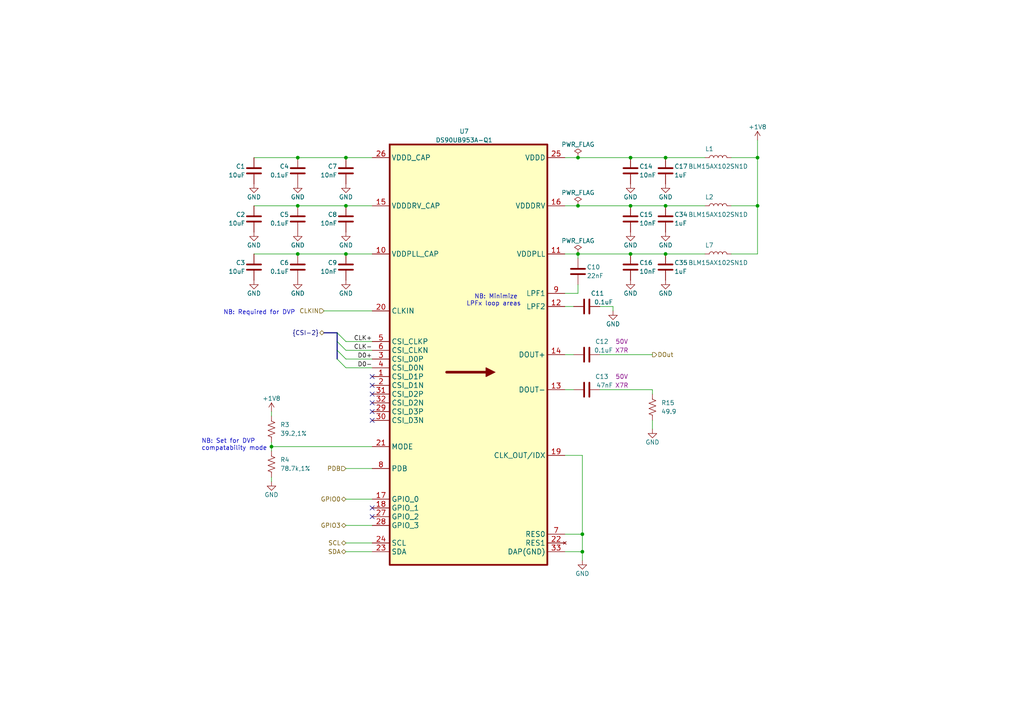
<source format=kicad_sch>
(kicad_sch (version 20211123) (generator eeschema)
  (paper "A4")
  (title_block (title "Headstage-16Stim") (date "2021-12-16") (rev "A") (company "Open Ephys, Inc") (comment 1 "Jonathan P. Newman"))
  (lib_symbols
    (symbol "Device:C" (pin_numbers hide) (pin_names (offset 0.254))
      (property "Reference" "C" (at 0.635 2.54 0))
      (property "Value" "C" (at 0.635 -2.54 0))
      (symbol "C_0_1"
        (polyline (pts (xy -2.032 -0.762) (xy 2.032 -0.762)) (stroke (width 0.508)))
        (polyline (pts (xy -2.032 0.762) (xy 2.032 0.762)) (stroke (width 0.508)))
      )
      (symbol "C_1_1"
        (pin passive line (at 0 3.81 270) (length 2.794) (name "~") (number "1"))
        (pin passive line (at 0 -3.81 90) (length 2.794) (name "~") (number "2"))
      )
    )
    (symbol "Device:L" (pin_numbers hide) (pin_names (offset 1.016) hide)
      (property "Reference" "L" (at -1.27 0 90))
      (property "Value" "L" (at 1.905 0 90))
      (symbol "L_0_1"
        (arc (start 0 -2.54) (mid 0.635 -1.905) (end 0 -1.27))
        (arc (start 0 -1.27) (mid 0.635 -0.635) (end 0 0))
        (arc (start 0 0) (mid 0.635 0.635) (end 0 1.27))
        (arc (start 0 1.27) (mid 0.635 1.905) (end 0 2.54))
      )
      (symbol "L_1_1"
        (pin passive line (at 0 3.81 270) (length 1.27) (name "1") (number "1"))
        (pin passive line (at 0 -3.81 90) (length 1.27) (name "2") (number "2"))
      )
    )
    (symbol "Device:R_US" (pin_numbers hide) (pin_names (offset 0))
      (property "Reference" "R" (at 2.54 0 90))
      (property "Value" "R_US" (at -2.54 0 90))
      (symbol "R_US_0_1"
        (polyline (pts (xy 0 -2.286) (xy 0 -2.54)))
        (polyline (pts (xy 0 2.286) (xy 0 2.54)))
        (polyline (pts (xy 0 -0.762) (xy 1.016 -1.143) (xy 0 -1.524) (xy -1.016 -1.905) (xy 0 -2.286)))
        (polyline (pts (xy 0 0.762) (xy 1.016 0.381) (xy 0 0) (xy -1.016 -0.381) (xy 0 -0.762)))
        (polyline (pts (xy 0 2.286) (xy 1.016 1.905) (xy 0 1.524) (xy -1.016 1.143) (xy 0 0.762)))
      )
      (symbol "R_US_1_1"
        (pin passive line (at 0 3.81 270) (length 1.27) (name "~") (number "1"))
        (pin passive line (at 0 -3.81 90) (length 1.27) (name "~") (number "2"))
      )
    )
    (symbol "jonnew:DS90UB953A-Q1"
      (property "Reference" "U" (at -20.32 48.26 0))
      (property "Value" "DS90UB953A-Q1" (at -12.7 45.72 0))
      (symbol "DS90UB953A-Q1_0_1"
        (polyline (pts (xy -5.08 -21.59) (xy 6.35 -21.59)) (stroke (width 0.762)))
        (polyline (pts (xy 8.89 -21.59) (xy 6.35 -20.32) (xy 6.35 -22.86) (xy 8.89 -21.59)) (stroke (width 0.254)) (fill (type outline)))
      )
      (symbol "DS90UB953A-Q1_1_1"
        (rectangle (start -21.59 44.45) (end 24.13 -77.47) (stroke (width 0.508)) (fill (type background)))
        (pin input line (at -26.67 -22.86 0) (length 5.08) (name "CSI_D1P") (number "1"))
        (pin passive line (at -26.67 12.7 0) (length 5.08) (name "VDDPLL_CAP") (number "10"))
        (pin power_in line (at 29.21 12.7 180) (length 5.08) (name "VDDPLL") (number "11"))
        (pin passive line (at 29.21 -2.54 180) (length 5.08) (name "LPF2") (number "12"))
        (pin bidirectional line (at 29.21 -26.67 180) (length 5.08) (name "DOUT-") (number "13"))
        (pin bidirectional line (at 29.21 -16.51 180) (length 5.08) (name "DOUT+") (number "14"))
        (pin passive line (at -26.67 26.67 0) (length 5.08) (name "VDDDRV_CAP") (number "15"))
        (pin power_in line (at 29.21 26.67 180) (length 5.08) (name "VDDDRV") (number "16"))
        (pin bidirectional line (at -26.67 -58.42 0) (length 5.08) (name "GPIO_0") (number "17"))
        (pin bidirectional line (at -26.67 -60.96 0) (length 5.08) (name "GPIO_1") (number "18"))
        (pin input line (at 29.21 -45.72 180) (length 5.08) (name "CLK_OUT/IDX") (number "19"))
        (pin input line (at -26.67 -25.4 0) (length 5.08) (name "CSI_D1N") (number "2"))
        (pin input line (at -26.67 -3.81 0) (length 5.08) (name "CLKIN") (number "20"))
        (pin input line (at -26.67 -43.18 0) (length 5.08) (name "MODE") (number "21"))
        (pin no_connect line (at 29.21 -71.12 180) (length 5.08) (name "RES1") (number "22"))
        (pin bidirectional line (at -26.67 -73.66 0) (length 5.08) (name "SDA") (number "23"))
        (pin bidirectional line (at -26.67 -71.12 0) (length 5.08) (name "SCL") (number "24"))
        (pin power_in line (at 29.21 40.64 180) (length 5.08) (name "VDDD") (number "25"))
        (pin passive line (at -26.67 40.64 0) (length 5.08) (name "VDDD_CAP") (number "26"))
        (pin bidirectional line (at -26.67 -63.5 0) (length 5.08) (name "GPIO_2") (number "27"))
        (pin bidirectional line (at -26.67 -66.04 0) (length 5.08) (name "GPIO_3") (number "28"))
        (pin input line (at -26.67 -33.02 0) (length 5.08) (name "CSI_D3P") (number "29"))
        (pin input line (at -26.67 -17.78 0) (length 5.08) (name "CSI_D0P") (number "3"))
        (pin input line (at -26.67 -35.56 0) (length 5.08) (name "CSI_D3N") (number "30"))
        (pin input line (at -26.67 -27.94 0) (length 5.08) (name "CSI_D2P") (number "31"))
        (pin input line (at -26.67 -30.48 0) (length 5.08) (name "CSI_D2N") (number "32"))
        (pin power_in line (at 29.21 -73.66 180) (length 5.08) (name "DAP(GND)") (number "33"))
        (pin input line (at -26.67 -20.32 0) (length 5.08) (name "CSI_D0N") (number "4"))
        (pin input line (at -26.67 -12.7 0) (length 5.08) (name "CSI_CLKP") (number "5"))
        (pin input line (at -26.67 -15.24 0) (length 5.08) (name "CSI_CLKN") (number "6"))
        (pin input line (at 29.21 -68.58 180) (length 5.08) (name "RES0") (number "7"))
        (pin input line (at -26.67 -49.53 0) (length 5.08) (name "PDB") (number "8"))
        (pin passive line (at 29.21 1.27 180) (length 5.08) (name "LPF1") (number "9"))
      )
    )
    (symbol "power:+1V8" (power) (pin_names (offset 0))
      (property "Value" "+1V8" (at 0 3.556 0))
      (symbol "+1V8_0_1"
        (polyline (pts (xy -0.762 1.27) (xy 0 2.54)))
        (polyline (pts (xy 0 0) (xy 0 2.54)))
        (polyline (pts (xy 0 2.54) (xy 0.762 1.27)))
      )
      (symbol "+1V8_1_1"
        (pin power_in line (at 0 0 90) (length 0) hide (name "+1V8") (number "1"))
      )
    )
    (symbol "power:GND" (power) (pin_names (offset 0))
      (property "Value" "GND" (at 0 -3.81 0))
      (symbol "GND_0_1"
        (polyline (pts (xy 0 0) (xy 0 -1.27) (xy 1.27 -1.27) (xy 0 -2.54) (xy -1.27 -1.27) (xy 0 -1.27)))
      )
      (symbol "GND_1_1"
        (pin power_in line (at 0 0 270) (length 0) hide (name "GND") (number "1"))
      )
    )
    (symbol "power:PWR_FLAG" (power) (pin_numbers hide) (pin_names (offset 0) hide)
      (property "Value" "PWR_FLAG" (at 0 3.81 0))
      (symbol "PWR_FLAG_0_0"
        (pin power_out line (at 0 0 90) (length 0) (name "pwr") (number "1"))
      )
      (symbol "PWR_FLAG_0_1"
        (polyline (pts (xy 0 0) (xy 0 1.27) (xy -1.016 1.905) (xy 0 2.54) (xy 1.016 1.905) (xy 0 1.27)))
      )
    )
  )
  (junction (at 86.36 59.69))
  (junction (at 78.74 129.54))
  (junction (at 167.64 73.66))
  (junction (at 182.88 59.69))
  (junction (at 100.33 45.72))
  (junction (at 182.88 73.66))
  (junction (at 86.36 45.72))
  (junction (at 193.04 59.69))
  (junction (at 219.71 59.69))
  (junction (at 193.04 45.72))
  (junction (at 193.04 73.66))
  (junction (at 100.33 59.69))
  (junction (at 168.91 154.94))
  (junction (at 168.91 160.02))
  (junction (at 219.71 45.72))
  (junction (at 182.88 45.72))
  (junction (at 100.33 73.66))
  (junction (at 86.36 73.66))
  (junction (at 167.64 45.72))
  (junction (at 167.64 59.69))
  (no_connect (at 107.95 119.38))
  (no_connect (at 107.95 121.92))
  (no_connect (at 107.95 109.22))
  (no_connect (at 107.95 111.76))
  (no_connect (at 107.95 114.3))
  (no_connect (at 107.95 116.84))
  (no_connect (at 107.95 147.32))
  (no_connect (at 107.95 149.86))
  (bus_entry (at 100.33 106.68) (size -2.54 -2.54))
  (bus_entry (at 100.33 99.06) (size -2.54 -2.54))
  (bus_entry (at 100.33 101.6) (size -2.54 -2.54))
  (bus_entry (at 100.33 104.14) (size -2.54 -2.54))
  (bus (pts (xy 97.79 101.6) (xy 97.79 99.06)))
  (wire (pts (xy 86.36 73.66) (xy 73.66 73.66)))
  (wire (pts (xy 173.99 102.87) (xy 189.23 102.87)))
  (bus (pts (xy 97.79 96.52) (xy 93.98 96.52)))
  (wire (pts (xy 100.33 59.69) (xy 107.95 59.69)))
  (wire (pts (xy 163.83 113.03) (xy 166.37 113.03)))
  (wire (pts (xy 100.33 73.66) (xy 86.36 73.66)))
  (wire (pts (xy 167.64 73.66) (xy 182.88 73.66)))
  (wire (pts (xy 163.83 73.66) (xy 167.64 73.66)))
  (wire (pts (xy 100.33 144.78) (xy 107.95 144.78)))
  (wire (pts (xy 86.36 45.72) (xy 73.66 45.72)))
  (wire (pts (xy 100.33 135.89) (xy 107.95 135.89)))
  (wire (pts (xy 212.09 59.69) (xy 219.71 59.69)))
  (wire (pts (xy 100.33 73.66) (xy 107.95 73.66)))
  (wire (pts (xy 107.95 99.06) (xy 100.33 99.06)))
  (wire (pts (xy 177.8 90.17) (xy 177.8 88.9)))
  (wire (pts (xy 173.99 88.9) (xy 177.8 88.9)))
  (wire (pts (xy 193.04 73.66) (xy 182.88 73.66)))
  (wire (pts (xy 193.04 59.69) (xy 204.47 59.69)))
  (wire (pts (xy 167.64 59.69) (xy 182.88 59.69)))
  (wire (pts (xy 163.83 59.69) (xy 167.64 59.69)))
  (wire (pts (xy 78.74 129.54) (xy 107.95 129.54)))
  (wire (pts (xy 107.95 104.14) (xy 100.33 104.14)))
  (wire (pts (xy 173.99 113.03) (xy 189.23 113.03)))
  (wire (pts (xy 163.83 154.94) (xy 168.91 154.94)))
  (wire (pts (xy 168.91 160.02) (xy 168.91 154.94)))
  (wire (pts (xy 168.91 162.56) (xy 168.91 160.02)))
  (wire (pts (xy 100.33 45.72) (xy 86.36 45.72)))
  (wire (pts (xy 100.33 160.02) (xy 107.95 160.02)))
  (wire (pts (xy 100.33 45.72) (xy 107.95 45.72)))
  (wire (pts (xy 168.91 132.08) (xy 168.91 154.94)))
  (wire (pts (xy 219.71 40.64) (xy 219.71 45.72)))
  (wire (pts (xy 193.04 45.72) (xy 182.88 45.72)))
  (wire (pts (xy 167.64 45.72) (xy 182.88 45.72)))
  (wire (pts (xy 163.83 45.72) (xy 167.64 45.72)))
  (wire (pts (xy 193.04 73.66) (xy 204.47 73.66)))
  (bus (pts (xy 97.79 99.06) (xy 97.79 96.52)))
  (wire (pts (xy 78.74 119.38) (xy 78.74 120.65)))
  (wire (pts (xy 167.64 73.66) (xy 167.64 74.93)))
  (wire (pts (xy 100.33 157.48) (xy 107.95 157.48)))
  (wire (pts (xy 193.04 59.69) (xy 182.88 59.69)))
  (wire (pts (xy 189.23 113.03) (xy 189.23 114.3)))
  (wire (pts (xy 163.83 160.02) (xy 168.91 160.02)))
  (wire (pts (xy 107.95 106.68) (xy 100.33 106.68)))
  (wire (pts (xy 78.74 128.27) (xy 78.74 129.54)))
  (wire (pts (xy 78.74 129.54) (xy 78.74 130.81)))
  (wire (pts (xy 193.04 45.72) (xy 204.47 45.72)))
  (wire (pts (xy 163.83 132.08) (xy 168.91 132.08)))
  (wire (pts (xy 107.95 101.6) (xy 100.33 101.6)))
  (bus (pts (xy 97.79 104.14) (xy 97.79 101.6)))
  (wire (pts (xy 167.64 82.55) (xy 167.64 85.09)))
  (wire (pts (xy 163.83 85.09) (xy 167.64 85.09)))
  (wire (pts (xy 100.33 152.4) (xy 107.95 152.4)))
  (wire (pts (xy 163.83 102.87) (xy 166.37 102.87)))
  (wire (pts (xy 78.74 138.43) (xy 78.74 139.7)))
  (wire (pts (xy 219.71 45.72) (xy 212.09 45.72)))
  (wire (pts (xy 219.71 59.69) (xy 219.71 45.72)))
  (wire (pts (xy 212.09 73.66) (xy 219.71 73.66)))
  (wire (pts (xy 219.71 73.66) (xy 219.71 59.69)))
  (wire (pts (xy 86.36 59.69) (xy 73.66 59.69)))
  (wire (pts (xy 189.23 121.92) (xy 189.23 124.46)))
  (wire (pts (xy 100.33 59.69) (xy 86.36 59.69)))
  (wire (pts (xy 163.83 88.9) (xy 166.37 88.9)))
  (wire (pts (xy 93.98 90.17) (xy 107.95 90.17)))
  (text "NB: Set for DVP\ncompatability mode" (at 58.42 130.81 0) (effects (font (size 1.27 1.27)) (justify left bottom)))
  (text "NB: Required for DVP" (at 64.77 91.44 0) (effects (font (size 1.27 1.27)) (justify left bottom)))
  (text "NB: Minimize \nLPFx loop areas" (at 151.13 88.9 180) (effects (font (size 1.27 1.27)) (justify right bottom)))
  (label "D0-" (at 107.95 106.68 180))
  (label "D0+" (at 107.95 104.14 180))
  (label "CLK-" (at 107.95 101.6 180))
  (label "CLK+" (at 107.95 99.06 180))
  (hierarchical_label "SDA" (shape bidirectional) (at 100.33 160.02 180))
  (hierarchical_label "GPIO0" (shape bidirectional) (at 100.33 144.78 180))
  (hierarchical_label "GPIO3" (shape bidirectional) (at 100.33 152.4 180))
  (hierarchical_label "PDB" (shape input) (at 100.33 135.89 180))
  (hierarchical_label "DOut" (shape output) (at 189.23 102.87 0))
  (hierarchical_label "CLKIN" (shape input) (at 93.98 90.17 180))
  (hierarchical_label "{CSI-2}" (shape bidirectional) (at 93.98 96.52 180))
  (hierarchical_label "SCL" (shape bidirectional) (at 100.33 157.48 180))
  (symbol (lib_id "power:GND") (at 193.04 81.28 0) (unit 1)
    (property "Reference" "#PWR0147" (effects hide))
    (property "Value" "GND" (at 193.04 85.09 0))
  )
  (symbol (lib_id "Device:C") (at 193.04 49.53 0) (unit 1)
    (property "Reference" "C17" (at 195.58 48.26 0) (effects (justify left)))
    (property "Value" "1uF" (at 195.58 50.8 0) (effects (justify left)))
    (property "Footprint" "Capacitor_SMD:C_0402_1005Metric" (effects hide))
    (property "TempCo" "X5R" (effects hide))
    (property "Voltage" "16V" (effects hide))
  )
  (symbol (lib_id "Device:C") (at 170.18 113.03 90) (unit 1)
    (property "Reference" "C13" (at 176.53 109.22 90) (effects (justify left)))
    (property "Value" "47nF" (at 177.8 111.76 90) (effects (justify left)))
    (property "Footprint" "Capacitor_SMD:C_0402_1005Metric" (effects hide))
    (property "Voltage" "50V" (at 180.34 109.22 90))
    (property "TempCo" "X7R" (at 180.34 111.76 90))
  )
  (symbol (lib_id "power:GND") (at 100.33 81.28 0) (mirror y) (unit 1)
    (property "Reference" "#PWR0140" (effects hide))
    (property "Value" "GND" (at 100.33 85.09 0))
  )
  (symbol (lib_id "power:GND") (at 86.36 67.31 0) (mirror y) (unit 1)
    (property "Reference" "#PWR0138" (effects hide))
    (property "Value" "GND" (at 86.36 71.12 0))
  )
  (symbol (lib_id "Device:L") (at 208.28 59.69 90) (unit 1)
    (property "Reference" "L2" (at 205.74 57.15 90))
    (property "Value" "BLM15AX102SN1D" (at 208.28 62.23 90))
    (property "Footprint" "Inductor_SMD:L_0402_1005Metric" (effects hide))
  )
  (symbol (lib_id "power:GND") (at 78.74 139.7 0) (unit 1)
    (property "Reference" "#PWR0132" (effects hide))
    (property "Value" "GND" (at 78.74 143.51 0))
  )
  (symbol (lib_id "Device:C") (at 182.88 77.47 0) (unit 1)
    (property "Reference" "C16" (at 185.42 76.2 0) (effects (justify left)))
    (property "Value" "10nF" (at 185.42 78.74 0) (effects (justify left)))
    (property "Footprint" "Capacitor_SMD:C_0201_0603Metric" (effects hide))
    (property "TempCo" "X7R" (effects hide))
    (property "Voltage" "35V" (effects hide))
  )
  (symbol (lib_id "power:GND") (at 86.36 81.28 0) (mirror y) (unit 1)
    (property "Reference" "#PWR0139" (effects hide))
    (property "Value" "GND" (at 86.36 85.09 0))
  )
  (symbol (lib_id "power:GND") (at 73.66 53.34 0) (mirror y) (unit 1)
    (property "Reference" "#PWR0126" (effects hide))
    (property "Value" "GND" (at 73.66 57.15 0))
  )
  (symbol (lib_id "Device:C") (at 73.66 77.47 0) (mirror y) (unit 1)
    (property "Reference" "C3" (at 71.12 76.2 0) (effects (justify left)))
    (property "Value" "10uF" (at 71.12 78.74 0) (effects (justify left)))
    (property "Footprint" "Capacitor_SMD:C_0402_1005Metric" (effects hide))
    (property "TempCo" "X5R" (effects hide))
    (property "Voltage" "10V" (effects hide))
  )
  (symbol (lib_id "power:GND") (at 100.33 53.34 0) (mirror y) (unit 1)
    (property "Reference" "#PWR0128" (effects hide))
    (property "Value" "GND" (at 100.33 57.15 0))
  )
  (symbol (lib_id "Device:C") (at 182.88 49.53 0) (unit 1)
    (property "Reference" "C14" (at 185.42 48.26 0) (effects (justify left)))
    (property "Value" "10nF" (at 185.42 50.8 0) (effects (justify left)))
    (property "Footprint" "Capacitor_SMD:C_0201_0603Metric" (effects hide))
    (property "TempCo" "X7R" (effects hide))
    (property "Voltage" "35V" (effects hide))
  )
  (symbol (lib_id "Device:C") (at 100.33 77.47 0) (mirror y) (unit 1)
    (property "Reference" "C9" (at 97.79 76.2 0) (effects (justify left)))
    (property "Value" "10nF" (at 97.79 78.74 0) (effects (justify left)))
    (property "Footprint" "Capacitor_SMD:C_0201_0603Metric" (effects hide))
    (property "TempCo" "X7R" (effects hide))
    (property "Voltage" "35V" (effects hide))
  )
  (symbol (lib_id "power:GND") (at 177.8 90.17 0) (unit 1)
    (property "Reference" "#PWR0145" (effects hide))
    (property "Value" "GND" (at 177.8 93.98 0))
  )
  (symbol (lib_id "Device:C") (at 86.36 63.5 0) (mirror y) (unit 1)
    (property "Reference" "C5" (at 83.82 62.23 0) (effects (justify left)))
    (property "Value" "0.1uF" (at 83.82 64.77 0) (effects (justify left)))
    (property "Footprint" "Capacitor_SMD:C_0201_0603Metric" (effects hide))
    (property "TempCo" "X7R" (effects hide))
    (property "Voltage" "16V" (effects hide))
  )
  (symbol (lib_id "Device:L") (at 208.28 45.72 90) (unit 1)
    (property "Reference" "L1" (at 205.74 43.18 90))
    (property "Value" "BLM15AX102SN1D" (at 208.28 48.26 90))
    (property "Footprint" "Inductor_SMD:L_0402_1005Metric" (effects hide))
  )
  (symbol (lib_id "Device:R_US") (at 78.74 134.62 0) (unit 1)
    (property "Reference" "R4" (at 81.28 133.35 0) (effects (justify left)))
    (property "Value" "78.7k,1%" (at 81.28 135.89 0) (effects (justify left)))
    (property "Footprint" "Resistor_SMD:R_0201_0603Metric" (effects hide))
  )
  (symbol (lib_id "power:GND") (at 73.66 67.31 0) (mirror y) (unit 1)
    (property "Reference" "#PWR0131" (effects hide))
    (property "Value" "GND" (at 73.66 71.12 0))
  )
  (symbol (lib_id "power:+1V8") (at 78.74 119.38 0) (unit 1)
    (property "Reference" "#PWR0133" (effects hide))
    (property "Value" "+1V8" (at 78.74 115.57 0))
  )
  (symbol (lib_id "power:+1V8") (at 219.71 40.64 0) (unit 1)
    (property "Reference" "#PWR0141" (effects hide))
    (property "Value" "+1V8" (at 219.71 36.83 0))
  )
  (symbol (lib_id "Device:C") (at 100.33 49.53 0) (mirror y) (unit 1)
    (property "Reference" "C7" (at 97.79 48.26 0) (effects (justify left)))
    (property "Value" "10nF" (at 97.79 50.8 0) (effects (justify left)))
    (property "Footprint" "Capacitor_SMD:C_0201_0603Metric" (effects hide))
    (property "TempCo" "X7R" (effects hide))
    (property "Voltage" "35V" (effects hide))
  )
  (symbol (lib_id "Device:R_US") (at 189.23 118.11 0) (unit 1)
    (property "Reference" "R15" (at 191.77 116.84 0) (effects (justify left)))
    (property "Value" "49.9" (at 191.77 119.38 0) (effects (justify left)))
    (property "Footprint" "Resistor_SMD:R_0201_0603Metric" (effects hide))
  )
  (symbol (lib_id "power:GND") (at 193.04 53.34 0) (unit 1)
    (property "Reference" "#PWR0142" (effects hide))
    (property "Value" "GND" (at 193.04 57.15 0))
  )
  (symbol (lib_id "power:PWR_FLAG") (at 167.64 73.66 0) (unit 1)
    (property "Reference" "#FLG0101" (effects hide))
    (property "Value" "PWR_FLAG" (at 167.64 69.85 0))
  )
  (symbol (lib_id "power:GND") (at 100.33 67.31 0) (mirror y) (unit 1)
    (property "Reference" "#PWR0129" (effects hide))
    (property "Value" "GND" (at 100.33 71.12 0))
  )
  (symbol (lib_id "power:GND") (at 73.66 81.28 0) (mirror y) (unit 1)
    (property "Reference" "#PWR0130" (effects hide))
    (property "Value" "GND" (at 73.66 85.09 0))
  )
  (symbol (lib_id "Device:C") (at 170.18 102.87 90) (unit 1)
    (property "Reference" "C12" (at 176.53 99.06 90) (effects (justify left)))
    (property "Value" "0.1uF" (at 177.8 101.6 90) (effects (justify left)))
    (property "Footprint" "Capacitor_SMD:C_0402_1005Metric" (effects hide))
    (property "Voltage" "50V" (at 180.34 99.06 90))
    (property "TempCo" "X7R" (at 180.34 101.6 90))
  )
  (symbol (lib_id "Device:C") (at 73.66 63.5 0) (mirror y) (unit 1)
    (property "Reference" "C2" (at 71.12 62.23 0) (effects (justify left)))
    (property "Value" "10uF" (at 71.12 64.77 0) (effects (justify left)))
    (property "Footprint" "Capacitor_SMD:C_0402_1005Metric" (effects hide))
    (property "TempCo" "X5R" (effects hide))
    (property "Voltage" "10V" (effects hide))
  )
  (symbol (lib_id "Device:C") (at 86.36 77.47 0) (mirror y) (unit 1)
    (property "Reference" "C6" (at 83.82 76.2 0) (effects (justify left)))
    (property "Value" "0.1uF" (at 83.82 78.74 0) (effects (justify left)))
    (property "Footprint" "Capacitor_SMD:C_0201_0603Metric" (effects hide))
    (property "TempCo" "X7R" (effects hide))
    (property "Voltage" "16V" (effects hide))
  )
  (symbol (lib_id "power:GND") (at 168.91 162.56 0) (unit 1)
    (property "Reference" "#PWR0134" (effects hide))
    (property "Value" "GND" (at 168.91 166.37 0))
  )
  (symbol (lib_id "Device:C") (at 86.36 49.53 0) (mirror y) (unit 1)
    (property "Reference" "C4" (at 83.82 48.26 0) (effects (justify left)))
    (property "Value" "0.1uF" (at 83.82 50.8 0) (effects (justify left)))
    (property "Footprint" "Capacitor_SMD:C_0201_0603Metric" (effects hide))
    (property "TempCo" "X7R" (effects hide))
    (property "Voltage" "16V" (effects hide))
  )
  (symbol (lib_id "Device:C") (at 73.66 49.53 0) (mirror y) (unit 1)
    (property "Reference" "C1" (at 71.12 48.26 0) (effects (justify left)))
    (property "Value" "10uF" (at 71.12 50.8 0) (effects (justify left)))
    (property "Footprint" "Capacitor_SMD:C_0402_1005Metric" (effects hide))
    (property "TempCo" "X5R" (effects hide))
    (property "Voltage" "10V" (effects hide))
  )
  (symbol (lib_id "Device:R_US") (at 78.74 124.46 0) (unit 1)
    (property "Reference" "R3" (at 81.28 123.19 0) (effects (justify left)))
    (property "Value" "39.2,1%" (at 81.28 125.73 0) (effects (justify left)))
    (property "Footprint" "Resistor_SMD:R_0201_0603Metric" (effects hide))
  )
  (symbol (lib_id "power:PWR_FLAG") (at 167.64 45.72 0) (unit 1)
    (property "Reference" "#FLG0102" (effects hide))
    (property "Value" "PWR_FLAG" (at 167.64 41.91 0))
  )
  (symbol (lib_id "Device:C") (at 193.04 63.5 0) (unit 1)
    (property "Reference" "C34" (at 195.58 62.23 0) (effects (justify left)))
    (property "Value" "1uF" (at 195.58 64.77 0) (effects (justify left)))
    (property "Footprint" "Capacitor_SMD:C_0402_1005Metric" (effects hide))
    (property "TempCo" "X5R" (effects hide))
    (property "Voltage" "16V" (effects hide))
  )
  (symbol (lib_id "jonnew:DS90UB953A-Q1") (at 134.62 86.36 0) (unit 1)
    (property "Reference" "U7" (at 134.62 38.1 0))
    (property "Value" "DS90UB953A-Q1" (at 134.62 40.64 0))
    (property "Footprint" "jonnew:TI_RHB0032P" (effects hide))
  )
  (symbol (lib_id "power:GND") (at 193.04 67.31 0) (unit 1)
    (property "Reference" "#PWR0143" (effects hide))
    (property "Value" "GND" (at 193.04 71.12 0))
  )
  (symbol (lib_id "Device:C") (at 170.18 88.9 90) (mirror x) (unit 1)
    (property "Reference" "C11" (at 175.26 85.09 90) (effects (justify left)))
    (property "Value" "0.1uF" (at 177.8 87.63 90) (effects (justify left)))
    (property "Footprint" "Capacitor_SMD:C_0201_0603Metric" (effects hide))
    (property "TempCo" "X7R" (effects hide))
    (property "Voltage" "16V" (effects hide))
  )
  (symbol (lib_id "Device:C") (at 193.04 77.47 0) (unit 1)
    (property "Reference" "C35" (at 195.58 76.2 0) (effects (justify left)))
    (property "Value" "1uF" (at 195.58 78.74 0) (effects (justify left)))
    (property "Footprint" "Capacitor_SMD:C_0402_1005Metric" (effects hide))
    (property "TempCo" "X5R" (effects hide))
    (property "Voltage" "16V" (effects hide))
  )
  (symbol (lib_id "Device:L") (at 208.28 73.66 90) (unit 1)
    (property "Reference" "L7" (at 205.74 71.12 90))
    (property "Value" "BLM15AX102SN1D" (at 208.28 76.2 90))
    (property "Footprint" "Inductor_SMD:L_0402_1005Metric" (effects hide))
  )
  (symbol (lib_id "Device:C") (at 100.33 63.5 0) (mirror y) (unit 1)
    (property "Reference" "C8" (at 97.79 62.23 0) (effects (justify left)))
    (property "Value" "10nF" (at 97.79 64.77 0) (effects (justify left)))
    (property "Footprint" "Capacitor_SMD:C_0201_0603Metric" (effects hide))
    (property "TempCo" "X7R" (effects hide))
    (property "Voltage" "35V" (effects hide))
  )
  (symbol (lib_id "power:GND") (at 182.88 53.34 0) (unit 1)
    (property "Reference" "#PWR0148" (effects hide))
    (property "Value" "GND" (at 182.88 57.15 0))
  )
  (symbol (lib_id "Device:C") (at 182.88 63.5 0) (unit 1)
    (property "Reference" "C15" (at 185.42 62.23 0) (effects (justify left)))
    (property "Value" "10nF" (at 185.42 64.77 0) (effects (justify left)))
    (property "Footprint" "Capacitor_SMD:C_0201_0603Metric" (effects hide))
    (property "TempCo" "X7R" (effects hide))
    (property "Voltage" "35V" (effects hide))
  )
  (symbol (lib_id "power:GND") (at 86.36 53.34 0) (mirror y) (unit 1)
    (property "Reference" "#PWR0127" (effects hide))
    (property "Value" "GND" (at 86.36 57.15 0))
  )
  (symbol (lib_id "power:PWR_FLAG") (at 167.64 59.69 0) (unit 1)
    (property "Reference" "#FLG0103" (effects hide))
    (property "Value" "PWR_FLAG" (at 167.64 55.88 0))
  )
  (symbol (lib_id "power:GND") (at 182.88 67.31 0) (unit 1)
    (property "Reference" "#PWR0144" (effects hide))
    (property "Value" "GND" (at 182.88 71.12 0))
  )
  (symbol (lib_id "power:GND") (at 189.23 124.46 0) (unit 1)
    (property "Reference" "#PWR0136" (effects hide))
    (property "Value" "GND" (at 189.23 128.27 0))
  )
  (symbol (lib_id "power:GND") (at 182.88 81.28 0) (unit 1)
    (property "Reference" "#PWR0146" (effects hide))
    (property "Value" "GND" (at 182.88 85.09 0))
  )
  (symbol (lib_id "Device:C") (at 167.64 78.74 0) (unit 1)
    (property "Reference" "C10" (at 170.18 77.47 0) (effects (justify left)))
    (property "Value" "22nF" (at 170.18 80.01 0) (effects (justify left)))
    (property "Footprint" "Capacitor_SMD:C_0402_1005Metric" (effects hide))
    (property "TempCo" "X7R" (effects hide))
    (property "Voltage" "35V" (effects hide))
  )
)
</source>
